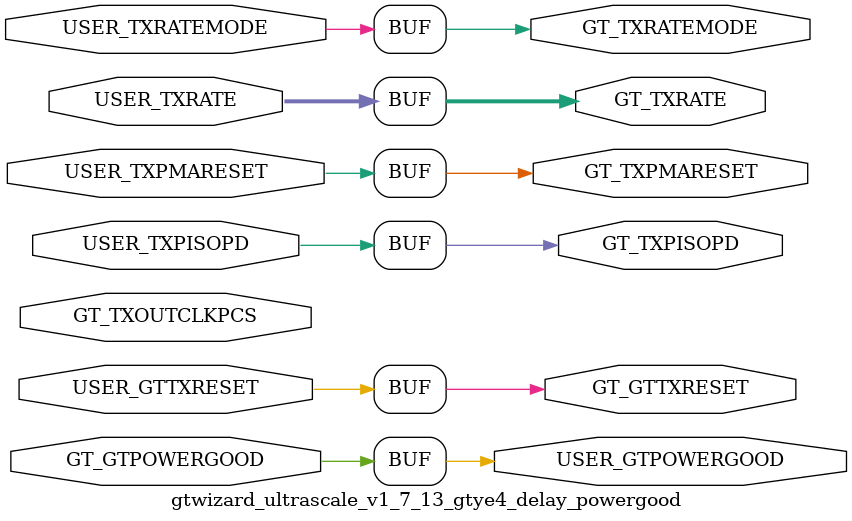
<source format=v>


// ***************************
// * DO NOT MODIFY THIS FILE *
// ***************************

`timescale 1ps/1ps

module gtwizard_ultrascale_v1_7_13_gtye4_delay_powergood # (
  parameter C_USER_GTPOWERGOOD_DELAY_EN = 0,
  parameter C_PCIE_ENABLE = "FALSE"
)(
  input wire GT_TXOUTCLKPCS,

  input wire GT_GTPOWERGOOD,
  input wire [2:0] USER_TXRATE,
  input wire USER_TXRATEMODE,
  input wire USER_GTTXRESET,
  input wire USER_TXPMARESET,
  input wire USER_TXPISOPD,

  output wire USER_GTPOWERGOOD,
  output wire [2:0] GT_TXRATE,
  output wire GT_TXRATEMODE,
  output wire GT_GTTXRESET,
  output wire GT_TXPMARESET,
  output wire GT_TXPISOPD
);

generate if (C_PCIE_ENABLE || (C_USER_GTPOWERGOOD_DELAY_EN == 0))
begin : gen_powergood_nodelay
  assign GT_TXPISOPD      = USER_TXPISOPD;
  assign GT_GTTXRESET     = USER_GTTXRESET;
  assign GT_TXPMARESET    = USER_TXPMARESET;
  assign GT_TXRATE        = USER_TXRATE;
  assign GT_TXRATEMODE    = USER_TXRATEMODE;
  assign USER_GTPOWERGOOD = GT_GTPOWERGOOD;
end
else
begin: gen_powergood_delay
  (*  ASYNC_REG = "TRUE", SHREG_EXTRACT = "NO" *) reg [4:0] intclk_rrst_n_r = 5'd0;
  (*  ASYNC_REG = "TRUE", SHREG_EXTRACT = "NO" *) reg [8:0] wait_cnt;
  (*  ASYNC_REG = "TRUE", SHREG_EXTRACT = "NO" *) (* KEEP = "TRUE" *) reg int_pwr_on_fsm = 1'b0;
  (*  ASYNC_REG = "TRUE", SHREG_EXTRACT = "NO" *) (* KEEP = "TRUE" *) reg pwr_on_fsm = 1'b0;
  wire intclk_rrst_n;
  
  //--------------------------------------------------------------------------
  //  POWER ON FSM Encoding
  //-------------------------------------------------------------------------- 
  localparam PWR_ON_WAIT_CNT           = 4'd0;
  localparam PWR_ON_DONE               = 4'd1; 
  
  //--------------------------------------------------------------------------------------------------
  //  Reset Synchronizer
  //--------------------------------------------------------------------------------------------------
  always @ (posedge GT_TXOUTCLKPCS or negedge GT_GTPOWERGOOD)
  begin
      if (!GT_GTPOWERGOOD)
          intclk_rrst_n_r <= 5'd0;
      else if(!int_pwr_on_fsm)
          intclk_rrst_n_r <= {intclk_rrst_n_r[3:0], 1'd1}; 
  end

  assign intclk_rrst_n = intclk_rrst_n_r[4];

  //--------------------------------------------------------------------------------------------------
  //  Wait counter 
  //--------------------------------------------------------------------------------------------------
  always @ (posedge GT_TXOUTCLKPCS)
  begin
    if (!intclk_rrst_n)
    	wait_cnt <= 9'd0;
    else begin
    	if (int_pwr_on_fsm == PWR_ON_WAIT_CNT)
    		wait_cnt <= {wait_cnt[7:0],1'b1};
    	else
    		wait_cnt <= wait_cnt;
    end
  end

  //--------------------------------------------------------------------------------------------------
  // Power On FSM
  //--------------------------------------------------------------------------------------------------

  always @ (posedge GT_TXOUTCLKPCS or negedge GT_GTPOWERGOOD)
  begin
    if (!GT_GTPOWERGOOD)
    begin
      int_pwr_on_fsm <= PWR_ON_WAIT_CNT;
    end
    else begin
      case (int_pwr_on_fsm)
        PWR_ON_WAIT_CNT :
          begin
            int_pwr_on_fsm <= (wait_cnt[7] == 1'b1) ? PWR_ON_DONE : PWR_ON_WAIT_CNT;
          end 

        PWR_ON_DONE :
          begin
            int_pwr_on_fsm <= PWR_ON_DONE;
          end

        default :
        begin
          int_pwr_on_fsm <= PWR_ON_WAIT_CNT;
        end
      endcase
    end
  end

  always @(posedge GT_TXOUTCLKPCS)
    pwr_on_fsm <= int_pwr_on_fsm;

  assign GT_TXPISOPD      = pwr_on_fsm ? USER_TXPISOPD : 1'b1;
  assign GT_GTTXRESET     = pwr_on_fsm ? USER_GTTXRESET : !GT_GTPOWERGOOD;
  assign GT_TXPMARESET    = pwr_on_fsm ? USER_TXPMARESET : 1'b0;
  assign GT_TXRATE        = pwr_on_fsm ? USER_TXRATE : 3'b001;
  assign GT_TXRATEMODE    = pwr_on_fsm ? USER_TXRATEMODE : 1'b1;
  assign USER_GTPOWERGOOD = pwr_on_fsm; 

end
endgenerate

endmodule

</source>
